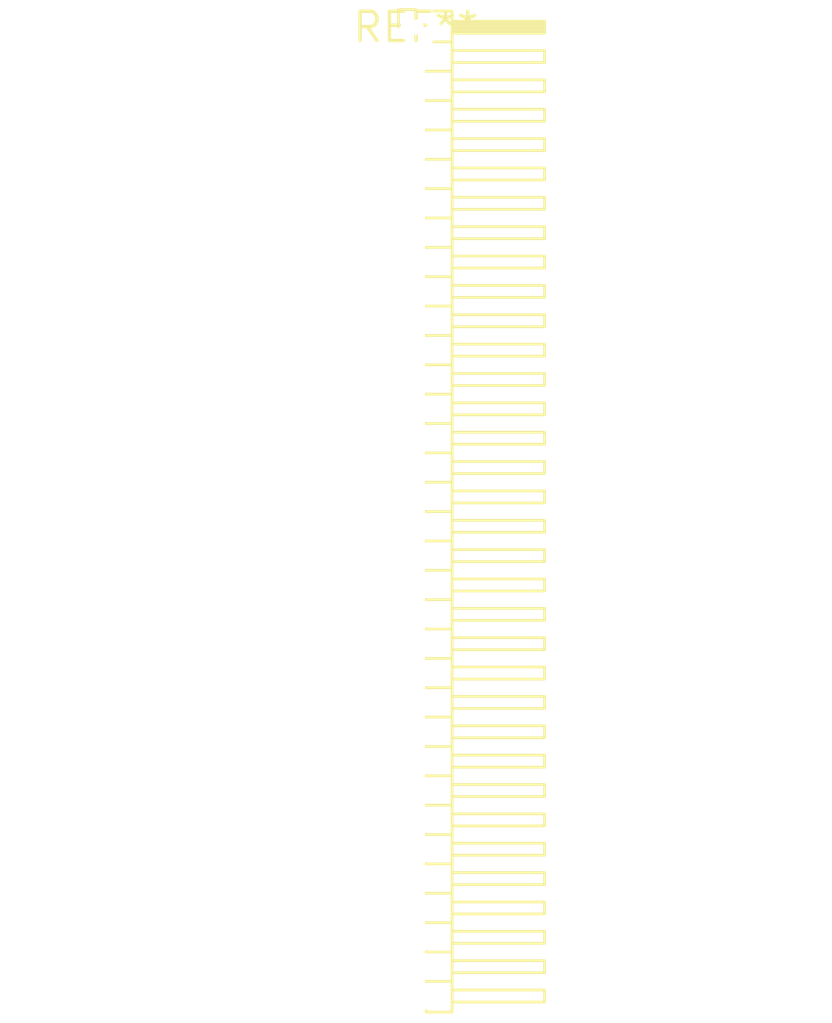
<source format=kicad_pcb>
(kicad_pcb (version 20240108) (generator pcbnew)
  (layers (0 "F.Cu" signal) (31 "B.Cu" signal) (34 "B.Paste" user) (35 "F.Paste" user) (36 "B.SilkS" user "B.Silkscreen") (37 "F.SilkS" user "F.Silkscreen") (38 "B.Mask" user) (39 "F.Mask" user) (44 "Edge.Cuts" user))
  (net 0 "")
  (footprint "PinHeader_1x34_P1.27mm_Horizontal" (layer "F.Cu") (at 0 0)
    (property "Reference" "REF**")
    (property "Value" "PinHeader_1x34_P1.27mm_Horizontal")
    (fp_line (start -0.76 -0.76) (end 0 -0.76) (layer "F.SilkS") (stroke (width 0.12)))
    (fp_line (start -0.76 0) (end -0.76 -0.76) (layer "F.SilkS") (stroke (width 0.12)))
    (fp_line (start 0.44 1.889677) (end 0.44 1.920323) (layer "F.SilkS") (stroke (width 0.12)))
    (fp_line (start 0.44 1.905) (end 1.56 1.905) (layer "F.SilkS") (stroke (width 0.12)))
    (fp_line (start 0.44 3.159677) (end 0.44 3.190323) (layer "F.SilkS") (stroke (width 0.12)))
    (fp_line (start 0.44 3.175) (end 1.56 3.175) (layer "F.SilkS") (stroke (width 0.12)))
    (fp_line (start 0.44 4.429677) (end 0.44 4.460323) (layer "F.SilkS") (stroke (width 0.12)))
    (fp_line (start 0.44 4.445) (end 1.56 4.445) (layer "F.SilkS") (stroke (width 0.12)))
    (fp_line (start 0.44 5.699677) (end 0.44 5.730323) (layer "F.SilkS") (stroke (width 0.12)))
    (fp_line (start 0.44 5.715) (end 1.56 5.715) (layer "F.SilkS") (stroke (width 0.12)))
    (fp_line (start 0.44 6.969677) (end 0.44 7.000323) (layer "F.SilkS") (stroke (width 0.12)))
    (fp_line (start 0.44 6.985) (end 1.56 6.985) (layer "F.SilkS") (stroke (width 0.12)))
    (fp_line (start 0.44 8.239677) (end 0.44 8.270323) (layer "F.SilkS") (stroke (width 0.12)))
    (fp_line (start 0.44 8.255) (end 1.56 8.255) (layer "F.SilkS") (stroke (width 0.12)))
    (fp_line (start 0.44 9.509677) (end 0.44 9.540323) (layer "F.SilkS") (stroke (width 0.12)))
    (fp_line (start 0.44 9.525) (end 1.56 9.525) (layer "F.SilkS") (stroke (width 0.12)))
    (fp_line (start 0.44 10.779677) (end 0.44 10.810323) (layer "F.SilkS") (stroke (width 0.12)))
    (fp_line (start 0.44 10.795) (end 1.56 10.795) (layer "F.SilkS") (stroke (width 0.12)))
    (fp_line (start 0.44 12.049677) (end 0.44 12.080323) (layer "F.SilkS") (stroke (width 0.12)))
    (fp_line (start 0.44 12.065) (end 1.56 12.065) (layer "F.SilkS") (stroke (width 0.12)))
    (fp_line (start 0.44 13.319677) (end 0.44 13.350323) (layer "F.SilkS") (stroke (width 0.12)))
    (fp_line (start 0.44 13.335) (end 1.56 13.335) (layer "F.SilkS") (stroke (width 0.12)))
    (fp_line (start 0.44 14.589677) (end 0.44 14.620323) (layer "F.SilkS") (stroke (width 0.12)))
    (fp_line (start 0.44 14.605) (end 1.56 14.605) (layer "F.SilkS") (stroke (width 0.12)))
    (fp_line (start 0.44 15.859677) (end 0.44 15.890323) (layer "F.SilkS") (stroke (width 0.12)))
    (fp_line (start 0.44 15.875) (end 1.56 15.875) (layer "F.SilkS") (stroke (width 0.12)))
    (fp_line (start 0.44 17.129677) (end 0.44 17.160323) (layer "F.SilkS") (stroke (width 0.12)))
    (fp_line (start 0.44 17.145) (end 1.56 17.145) (layer "F.SilkS") (stroke (width 0.12)))
    (fp_line (start 0.44 18.399677) (end 0.44 18.430323) (layer "F.SilkS") (stroke (width 0.12)))
    (fp_line (start 0.44 18.415) (end 1.56 18.415) (layer "F.SilkS") (stroke (width 0.12)))
    (fp_line (start 0.44 19.669677) (end 0.44 19.700323) (layer "F.SilkS") (stroke (width 0.12)))
    (fp_line (start 0.44 19.685) (end 1.56 19.685) (layer "F.SilkS") (stroke (width 0.12)))
    (fp_line (start 0.44 20.939677) (end 0.44 20.970323) (layer "F.SilkS") (stroke (width 0.12)))
    (fp_line (start 0.44 20.955) (end 1.56 20.955) (layer "F.SilkS") (stroke (width 0.12)))
    (fp_line (start 0.44 22.209677) (end 0.44 22.240323) (layer "F.SilkS") (stroke (width 0.12)))
    (fp_line (start 0.44 22.225) (end 1.56 22.225) (layer "F.SilkS") (stroke (width 0.12)))
    (fp_line (start 0.44 23.479677) (end 0.44 23.510323) (layer "F.SilkS") (stroke (width 0.12)))
    (fp_line (start 0.44 23.495) (end 1.56 23.495) (layer "F.SilkS") (stroke (width 0.12)))
    (fp_line (start 0.44 24.749677) (end 0.44 24.780323) (layer "F.SilkS") (stroke (width 0.12)))
    (fp_line (start 0.44 24.765) (end 1.56 24.765) (layer "F.SilkS") (stroke (width 0.12)))
    (fp_line (start 0.44 26.019677) (end 0.44 26.050323) (layer "F.SilkS") (stroke (width 0.12)))
    (fp_line (start 0.44 26.035) (end 1.56 26.035) (layer "F.SilkS") (stroke (width 0.12)))
    (fp_line (start 0.44 27.289677) (end 0.44 27.320323) (layer "F.SilkS") (stroke (width 0.12)))
    (fp_line (start 0.44 27.305) (end 1.56 27.305) (layer "F.SilkS") (stroke (width 0.12)))
    (fp_line (start 0.44 28.559677) (end 0.44 28.590323) (layer "F.SilkS") (stroke (width 0.12)))
    (fp_line (start 0.44 28.575) (end 1.56 28.575) (layer "F.SilkS") (stroke (width 0.12)))
    (fp_line (start 0.44 29.829677) (end 0.44 29.860323) (layer "F.SilkS") (stroke (width 0.12)))
    (fp_line (start 0.44 29.845) (end 1.56 29.845) (layer "F.SilkS") (stroke (width 0.12)))
    (fp_line (start 0.44 31.099677) (end 0.44 31.130323) (layer "F.SilkS") (stroke (width 0.12)))
    (fp_line (start 0.44 31.115) (end 1.56 31.115) (layer "F.SilkS") (stroke (width 0.12)))
    (fp_line (start 0.44 32.369677) (end 0.44 32.400323) (layer "F.SilkS") (stroke (width 0.12)))
    (fp_line (start 0.44 32.385) (end 1.56 32.385) (layer "F.SilkS") (stroke (width 0.12)))
    (fp_line (start 0.44 33.639677) (end 0.44 33.670323) (layer "F.SilkS") (stroke (width 0.12)))
    (fp_line (start 0.44 33.655) (end 1.56 33.655) (layer "F.SilkS") (stroke (width 0.12)))
    (fp_line (start 0.44 34.909677) (end 0.44 34.940323) (layer "F.SilkS") (stroke (width 0.12)))
    (fp_line (start 0.44 34.925) (end 1.56 34.925) (layer "F.SilkS") (stroke (width 0.12)))
    (fp_line (start 0.44 36.179677) (end 0.44 36.210323) (layer "F.SilkS") (stroke (width 0.12)))
    (fp_line (start 0.44 36.195) (end 1.56 36.195) (layer "F.SilkS") (stroke (width 0.12)))
    (fp_line (start 0.44 37.449677) (end 0.44 37.480323) (layer "F.SilkS") (stroke (width 0.12)))
    (fp_line (start 0.44 37.465) (end 1.56 37.465) (layer "F.SilkS") (stroke (width 0.12)))
    (fp_line (start 0.44 38.719677) (end 0.44 38.750323) (layer "F.SilkS") (stroke (width 0.12)))
    (fp_line (start 0.44 38.735) (end 1.56 38.735) (layer "F.SilkS") (stroke (width 0.12)))
    (fp_line (start 0.44 39.989677) (end 0.44 40.020323) (layer "F.SilkS") (stroke (width 0.12)))
    (fp_line (start 0.44 40.005) (end 1.56 40.005) (layer "F.SilkS") (stroke (width 0.12)))
    (fp_line (start 0.44 41.259677) (end 0.44 41.290323) (layer "F.SilkS") (stroke (width 0.12)))
    (fp_line (start 0.44 41.275) (end 1.56 41.275) (layer "F.SilkS") (stroke (width 0.12)))
    (fp_line (start 0.44 42.605) (end 0.44 42.529677) (layer "F.SilkS") (stroke (width 0.12)))
    (fp_line (start 0.76 -0.695) (end 1.56 -0.695) (layer "F.SilkS") (stroke (width 0.12)))
    (fp_line (start 0.76 0.635) (end 1.56 0.635) (layer "F.SilkS") (stroke (width 0.12)))
    (fp_line (start 1.56 -0.695) (end 1.56 42.605) (layer "F.SilkS") (stroke (width 0.12)))
    (fp_line (start 1.56 -0.26) (end 5.56 -0.26) (layer "F.SilkS") (stroke (width 0.12)))
    (fp_line (start 1.56 -0.2) (end 5.56 -0.2) (layer "F.SilkS") (stroke (width 0.12)))
    (fp_line (start 1.56 -0.08) (end 5.56 -0.08) (layer "F.SilkS") (stroke (width 0.12)))
    (fp_line (start 1.56 0.04) (end 5.56 0.04) (layer "F.SilkS") (stroke (width 0.12)))
    (fp_line (start 1.56 0.16) (end 5.56 0.16) (layer "F.SilkS") (stroke (width 0.12)))
    (fp_line (start 1.56 1.01) (end 5.56 1.01) (layer "F.SilkS") (stroke (width 0.12)))
    (fp_line (start 1.56 2.28) (end 5.56 2.28) (layer "F.SilkS") (stroke (width 0.12)))
    (fp_line (start 1.56 3.55) (end 5.56 3.55) (layer "F.SilkS") (stroke (width 0.12)))
    (fp_line (start 1.56 4.82) (end 5.56 4.82) (layer "F.SilkS") (stroke (width 0.12)))
    (fp_line (start 1.56 6.09) (end 5.56 6.09) (layer "F.SilkS") (stroke (width 0.12)))
    (fp_line (start 1.56 7.36) (end 5.56 7.36) (layer "F.SilkS") (stroke (width 0.12)))
    (fp_line (start 1.56 8.63) (end 5.56 8.63) (layer "F.SilkS") (stroke (width 0.12)))
    (fp_line (start 1.56 9.9) (end 5.56 9.9) (layer "F.SilkS") (stroke (width 0.12)))
    (fp_line (start 1.56 11.17) (end 5.56 11.17) (layer "F.SilkS") (stroke (width 0.12)))
    (fp_line (start 1.56 12.44) (end 5.56 12.44) (layer "F.SilkS") (stroke (width 0.12)))
    (fp_line (start 1.56 13.71) (end 5.56 13.71) (layer "F.SilkS") (stroke (width 0.12)))
    (fp_line (start 1.56 14.98) (end 5.56 14.98) (layer "F.SilkS") (stroke (width 0.12)))
    (fp_line (start 1.56 16.25) (end 5.56 16.25) (layer "F.SilkS") (stroke (width 0.12)))
    (fp_line (start 1.56 17.52) (end 5.56 17.52) (layer "F.SilkS") (stroke (width 0.12)))
    (fp_line (start 1.56 18.79) (end 5.56 18.79) (layer "F.SilkS") (stroke (width 0.12)))
    (fp_line (start 1.56 20.06) (end 5.56 20.06) (layer "F.SilkS") (stroke (width 0.12)))
    (fp_line (start 1.56 21.33) (end 5.56 21.33) (layer "F.SilkS") (stroke (width 0.12)))
    (fp_line (start 1.56 22.6) (end 5.56 22.6) (layer "F.SilkS") (stroke (width 0.12)))
    (fp_line (start 1.56 23.87) (end 5.56 23.87) (layer "F.SilkS") (stroke (width 0.12)))
    (fp_line (start 1.56 25.14) (end 5.56 25.14) (layer "F.SilkS") (stroke (width 0.12)))
    (fp_line (start 1.56 26.41) (end 5.56 26.41) (layer "F.SilkS") (stroke (width 0.12)))
    (fp_line (start 1.56 27.68) (end 5.56 27.68) (layer "F.SilkS") (stroke (width 0.12)))
    (fp_line (start 1.56 28.95) (end 5.56 28.95) (layer "F.SilkS") (stroke (width 0.12)))
    (fp_line (start 1.56 30.22) (end 5.56 30.22) (layer "F.SilkS") (stroke (width 0.12)))
    (fp_line (start 1.56 31.49) (end 5.56 31.49) (layer "F.SilkS") (stroke (width 0.12)))
    (fp_line (start 1.56 32.76) (end 5.56 32.76) (layer "F.SilkS") (stroke (width 0.12)))
    (fp_line (start 1.56 34.03) (end 5.56 34.03) (layer "F.SilkS") (stroke (width 0.12)))
    (fp_line (start 1.56 35.3) (end 5.56 35.3) (layer "F.SilkS") (stroke (width 0.12)))
    (fp_line (start 1.56 36.57) (end 5.56 36.57) (layer "F.SilkS") (stroke (width 0.12)))
    (fp_line (start 1.56 37.84) (end 5.56 37.84) (layer "F.SilkS") (stroke (width 0.12)))
    (fp_line (start 1.56 39.11) (end 5.56 39.11) (layer "F.SilkS") (stroke (width 0.12)))
    (fp_line (start 1.56 40.38) (end 5.56 40.38) (layer "F.SilkS") (stroke (width 0.12)))
    (fp_line (start 1.56 41.65) (end 5.56 41.65) (layer "F.SilkS") (stroke (width 0.12)))
    (fp_line (start 1.56 42.605) (end 0.44 42.605) (layer "F.SilkS") (stroke (width 0.12)))
    (fp_line (start 5.56 -0.26) (end 5.56 0.26) (layer "F.SilkS") (stroke (width 0.12)))
    (fp_line (start 5.56 0.26) (end 1.56 0.26) (layer "F.SilkS") (stroke (width 0.12)))
    (fp_line (start 5.56 1.01) (end 5.56 1.53) (layer "F.SilkS") (stroke (width 0.12)))
    (fp_line (start 5.56 1.53) (end 1.56 1.53) (layer "F.SilkS") (stroke (width 0.12)))
    (fp_line (start 5.56 2.28) (end 5.56 2.8) (layer "F.SilkS") (stroke (width 0.12)))
    (fp_line (start 5.56 2.8) (end 1.56 2.8) (layer "F.SilkS") (stroke (width 0.12)))
    (fp_line (start 5.56 3.55) (end 5.56 4.07) (layer "F.SilkS") (stroke (width 0.12)))
    (fp_line (start 5.56 4.07) (end 1.56 4.07) (layer "F.SilkS") (stroke (width 0.12)))
    (fp_line (start 5.56 4.82) (end 5.56 5.34) (layer "F.SilkS") (stroke (width 0.12)))
    (fp_line (start 5.56 5.34) (end 1.56 5.34) (layer "F.SilkS") (stroke (width 0.12)))
    (fp_line (start 5.56 6.09) (end 5.56 6.61) (layer "F.SilkS") (stroke (width 0.12)))
    (fp_line (start 5.56 6.61) (end 1.56 6.61) (layer "F.SilkS") (stroke (width 0.12)))
    (fp_line (start 5.56 7.36) (end 5.56 7.88) (layer "F.SilkS") (stroke (width 0.12)))
    (fp_line (start 5.56 7.88) (end 1.56 7.88) (layer "F.SilkS") (stroke (width 0.12)))
    (fp_line (start 5.56 8.63) (end 5.56 9.15) (layer "F.SilkS") (stroke (width 0.12)))
    (fp_line (start 5.56 9.15) (end 1.56 9.15) (layer "F.SilkS") (stroke (width 0.12)))
    (fp_line (start 5.56 9.9) (end 5.56 10.42) (layer "F.SilkS") (stroke (width 0.12)))
    (fp_line (start 5.56 10.42) (end 1.56 10.42) (layer "F.SilkS") (stroke (width 0.12)))
    (fp_line (start 5.56 11.17) (end 5.56 11.69) (layer "F.SilkS") (stroke (width 0.12)))
    (fp_line (start 5.56 11.69) (end 1.56 11.69) (layer "F.SilkS") (stroke (width 0.12)))
    (fp_line (start 5.56 12.44) (end 5.56 12.96) (layer "F.SilkS") (stroke (width 0.12)))
    (fp_line (start 5.56 12.96) (end 1.56 12.96) (layer "F.SilkS") (stroke (width 0.12)))
    (fp_line (start 5.56 13.71) (end 5.56 14.23) (layer "F.SilkS") (stroke (width 0.12)))
    (fp_line (start 5.56 14.23) (end 1.56 14.23) (layer "F.SilkS") (stroke (width 0.12)))
    (fp_line (start 5.56 14.98) (end 5.56 15.5) (layer "F.SilkS") (stroke (width 0.12)))
    (fp_line (start 5.56 15.5) (end 1.56 15.5) (layer "F.SilkS") (stroke (width 0.12)))
    (fp_line (start 5.56 16.25) (end 5.56 16.77) (layer "F.SilkS") (stroke (width 0.12)))
    (fp_line (start 5.56 16.77) (end 1.56 16.77) (layer "F.SilkS") (stroke (width 0.12)))
    (fp_line (start 5.56 17.52) (end 5.56 18.04) (layer "F.SilkS") (stroke (width 0.12)))
    (fp_line (start 5.56 18.04) (end 1.56 18.04) (layer "F.SilkS") (stroke (width 0.12)))
    (fp_line (start 5.56 18.79) (end 5.56 19.31) (layer "F.SilkS") (stroke (width 0.12)))
    (fp_line (start 5.56 19.31) (end 1.56 19.31) (layer "F.SilkS") (stroke (width 0.12)))
    (fp_line (start 5.56 20.06) (end 5.56 20.58) (layer "F.SilkS") (stroke (width 0.12)))
    (fp_line (start 5.56 20.58) (end 1.56 20.58) (layer "F.SilkS") (stroke (width 0.12)))
    (fp_line (start 5.56 21.33) (end 5.56 21.85) (layer "F.SilkS") (stroke (width 0.12)))
    (fp_line (start 5.56 21.85) (end 1.56 21.85) (layer "F.SilkS") (stroke (width 0.12)))
    (fp_line (start 5.56 22.6) (end 5.56 23.12) (layer "F.SilkS") (stroke (width 0.12)))
    (fp_line (start 5.56 23.12) (end 1.56 23.12) (layer "F.SilkS") (stroke (width 0.12)))
    (fp_line (start 5.56 23.87) (end 5.56 24.39) (layer "F.SilkS") (stroke (width 0.12)))
    (fp_line (start 5.56 24.39) (end 1.56 24.39) (layer "F.SilkS") (stroke (width 0.12)))
    (fp_line (start 5.56 25.14) (end 5.56 25.66) (layer "F.SilkS") (stroke (width 0.12)))
    (fp_line (start 5.56 25.66) (end 1.56 25.66) (layer "F.SilkS") (stroke (width 0.12)))
    (fp_line (start 5.56 26.41) (end 5.56 26.93) (layer "F.SilkS") (stroke (width 0.12)))
    (fp_line (start 5.56 26.93) (end 1.56 26.93) (layer "F.SilkS") (stroke (width 0.12)))
    (fp_line (start 5.56 27.68) (end 5.56 28.2) (layer "F.SilkS") (stroke (width 0.12)))
    (fp_line (start 5.56 28.2) (end 1.56 28.2) (layer "F.SilkS") (stroke (width 0.12)))
    (fp_line (start 5.56 28.95) (end 5.56 29.47) (layer "F.SilkS") (stroke (width 0.12)))
    (fp_line (start 5.56 29.47) (end 1.56 29.47) (layer "F.SilkS") (stroke (width 0.12)))
    (fp_line (start 5.56 30.22) (end 5.56 30.74) (layer "F.SilkS") (stroke (width 0.12)))
    (fp_line (start 5.56 30.74) (end 1.56 30.74) (layer "F.SilkS") (stroke (width 0.12)))
    (fp_line (start 5.56 31.49) (end 5.56 32.01) (layer "F.SilkS") (stroke (width 0.12)))
    (fp_line (start 5.56 32.01) (end 1.56 32.01) (layer "F.SilkS") (stroke (width 0.12)))
    (fp_line (start 5.56 32.76) (end 5.56 33.28) (layer "F.SilkS") (stroke (width 0.12)))
    (fp_line (start 5.56 33.28) (end 1.56 33.28) (layer "F.SilkS") (stroke (width 0.12)))
    (fp_line (start 5.56 34.03) (end 5.56 34.55) (layer "F.SilkS") (stroke (width 0.12)))
    (fp_line (start 5.56 34.55) (end 1.56 34.55) (layer "F.SilkS") (stroke (width 0.12)))
    (fp_line (start 5.56 35.3) (end 5.56 35.82) (layer "F.SilkS") (stroke (width 0.12)))
    (fp_line (start 5.56 35.82) (end 1.56 35.82) (layer "F.SilkS") (stroke (width 0.12)))
    (fp_line (start 5.56 36.57) (end 5.56 37.09) (layer "F.SilkS") (stroke (width 0.12)))
    (fp_line (start 5.56 37.09) (end 1.56 37.09) (layer "F.SilkS") (stroke (width 0.12)))
    (fp_line (start 5.56 37.84) (end 5.56 38.36) (layer "F.SilkS") (stroke (width 0.12)))
    (fp_line (start 5.56 38.36) (end 1.56 38.36) (layer "F.SilkS") (stroke (width 0.12)))
    (fp_line (start 5.56 39.11) (end 5.56 39.63) (layer "F.SilkS") (stroke (width 0.12)))
    (fp_line (start 5.56 39.63) (end 1.56 39.63) (layer "F.SilkS") (stroke (width 0.12)))
    (fp_line (start 5.56 40.38) (end 5.56 40.9) (layer "F.SilkS") (stroke (width 0.12)))
    (fp_line (start 5.56 40.9) (end 1.56 40.9) (layer "F.SilkS") (stroke (width 0.12)))
    (fp_line (start 5.56 41.65) (end 5.56 42.17) (layer "F.SilkS") (stroke (width 0.12)))
    (fp_line (start 5.56 42.17) (end 1.56 42.17) (layer "F.SilkS") (stroke (width 0.12)))
    (pad "1" thru_hole rect (at 0 0) (size 1 1) (drill 0.65) (layers *.Cu *.Mask) (remove_unused_layers))
    (pad "2" thru_hole oval (at 0 1.27) (size 1 1) (drill 0.65) (layers *.Cu *.Mask) (remove_unused_layers))
    (pad "3" thru_hole oval (at 0 2.54) (size 1 1) (drill 0.65) (layers *.Cu *.Mask) (remove_unused_layers))
    (pad "4" thru_hole oval (at 0 3.81) (size 1 1) (drill 0.65) (layers *.Cu *.Mask) (remove_unused_layers))
    (pad "5" thru_hole oval (at 0 5.08) (size 1 1) (drill 0.65) (layers *.Cu *.Mask) (remove_unused_layers))
    (pad "6" thru_hole oval (at 0 6.35) (size 1 1) (drill 0.65) (layers *.Cu *.Mask) (remove_unused_layers))
    (pad "7" thru_hole oval (at 0 7.62) (size 1 1) (drill 0.65) (layers *.Cu *.Mask) (remove_unused_layers))
    (pad "8" thru_hole oval (at 0 8.89) (size 1 1) (drill 0.65) (layers *.Cu *.Mask) (remove_unused_layers))
    (pad "9" thru_hole oval (at 0 10.16) (size 1 1) (drill 0.65) (layers *.Cu *.Mask) (remove_unused_layers))
    (pad "10" thru_hole oval (at 0 11.43) (size 1 1) (drill 0.65) (layers *.Cu *.Mask) (remove_unused_layers))
    (pad "11" thru_hole oval (at 0 12.7) (size 1 1) (drill 0.65) (layers *.Cu *.Mask) (remove_unused_layers))
    (pad "12" thru_hole oval (at 0 13.97) (size 1 1) (drill 0.65) (layers *.Cu *.Mask) (remove_unused_layers))
    (pad "13" thru_hole oval (at 0 15.24) (size 1 1) (drill 0.65) (layers *.Cu *.Mask) (remove_unused_layers))
    (pad "14" thru_hole oval (at 0 16.51) (size 1 1) (drill 0.65) (layers *.Cu *.Mask) (remove_unused_layers))
    (pad "15" thru_hole oval (at 0 17.78) (size 1 1) (drill 0.65) (layers *.Cu *.Mask) (remove_unused_layers))
    (pad "16" thru_hole oval (at 0 19.05) (size 1 1) (drill 0.65) (layers *.Cu *.Mask) (remove_unused_layers))
    (pad "17" thru_hole oval (at 0 20.32) (size 1 1) (drill 0.65) (layers *.Cu *.Mask) (remove_unused_layers))
    (pad "18" thru_hole oval (at 0 21.59) (size 1 1) (drill 0.65) (layers *.Cu *.Mask) (remove_unused_layers))
    (pad "19" thru_hole oval (at 0 22.86) (size 1 1) (drill 0.65) (layers *.Cu *.Mask) (remove_unused_layers))
    (pad "20" thru_hole oval (at 0 24.13) (size 1 1) (drill 0.65) (layers *.Cu *.Mask) (remove_unused_layers))
    (pad "21" thru_hole oval (at 0 25.4) (size 1 1) (drill 0.65) (layers *.Cu *.Mask) (remove_unused_layers))
    (pad "22" thru_hole oval (at 0 26.67) (size 1 1) (drill 0.65) (layers *.Cu *.Mask) (remove_unused_layers))
    (pad "23" thru_hole oval (at 0 27.94) (size 1 1) (drill 0.65) (layers *.Cu *.Mask) (remove_unused_layers))
    (pad "24" thru_hole oval (at 0 29.21) (size 1 1) (drill 0.65) (layers *.Cu *.Mask) (remove_unused_layers))
    (pad "25" thru_hole oval (at 0 30.48) (size 1 1) (drill 0.65) (layers *.Cu *.Mask) (remove_unused_layers))
    (pad "26" thru_hole oval (at 0 31.75) (size 1 1) (drill 0.65) (layers *.Cu *.Mask) (remove_unused_layers))
    (pad "27" thru_hole oval (at 0 33.02) (size 1 1) (drill 0.65) (layers *.Cu *.Mask) (remove_unused_layers))
    (pad "28" thru_hole oval (at 0 34.29) (size 1 1) (drill 0.65) (layers *.Cu *.Mask) (remove_unused_layers))
    (pad "29" thru_hole oval (at 0 35.56) (size 1 1) (drill 0.65) (layers *.Cu *.Mask) (remove_unused_layers))
    (pad "30" thru_hole oval (at 0 36.83) (size 1 1) (drill 0.65) (layers *.Cu *.Mask) (remove_unused_layers))
    (pad "31" thru_hole oval (at 0 38.1) (size 1 1) (drill 0.65) (layers *.Cu *.Mask) (remove_unused_layers))
    (pad "32" thru_hole oval (at 0 39.37) (size 1 1) (drill 0.65) (layers *.Cu *.Mask) (remove_unused_layers))
    (pad "33" thru_hole oval (at 0 40.64) (size 1 1) (drill 0.65) (layers *.Cu *.Mask) (remove_unused_layers))
    (pad "34" thru_hole oval (at 0 41.91) (size 1 1) (drill 0.65) (layers *.Cu *.Mask) (remove_unused_layers))
  )
)
</source>
